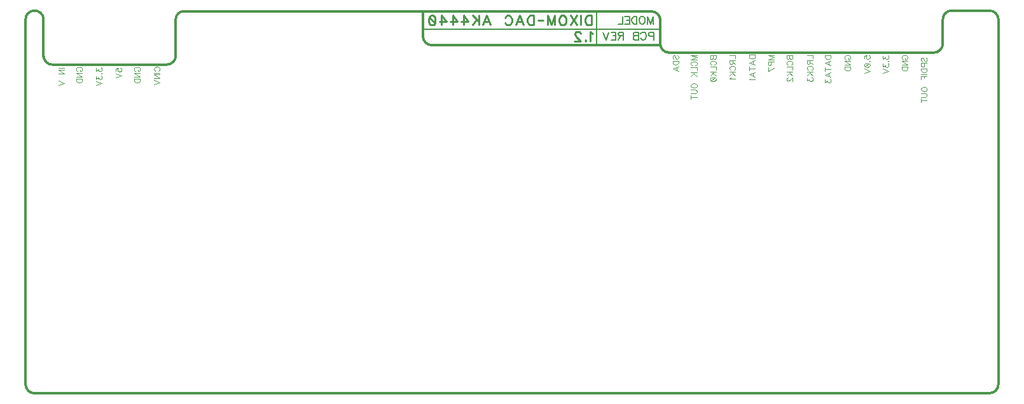
<source format=gbr>
G04 DipTrace 2.4.0.2*
%IN2_Layer_Bottom_Silk.gbr*%
%MOIN*%
%ADD22C,0.0118*%
%ADD24C,0.0059*%
%ADD72C,0.0046*%
%ADD76C,0.0109*%
%ADD77C,0.0062*%
%FSLAX44Y44*%
G04*
G70*
G90*
G75*
G01*
%LNBotSilk*%
%LPD*%
X5142Y23701D2*
D22*
Y4567D1*
X53606Y24173D2*
X55732D1*
X5575D2*
X5614D1*
X6087Y23740D2*
Y21772D1*
X6559Y21339D2*
X12543D1*
X13016Y23740D2*
Y21811D1*
X13449Y24134D2*
X37937D1*
X38409Y23661D2*
Y22402D1*
X38843Y21969D2*
X52740D1*
X53213Y23701D2*
Y22441D1*
X56126Y23701D2*
Y4567D1*
X5614Y4094D2*
X55614D1*
X6559Y21339D2*
G02X6087Y21811I-4J469D01*
G01*
X5614Y4094D2*
G02X5142Y4567I-4J469D01*
G01*
X56126D2*
G02X55654Y4094I-469J-4D01*
G01*
X5142Y23701D2*
G02X5575Y24173I471J3D01*
G01*
X6087Y23740D2*
G03X5614Y24173I-470J-38D01*
G01*
X13016Y23740D2*
G02X13449Y24134I405J-10D01*
G01*
X53213Y23701D2*
G02X53646Y24173I471J3D01*
G01*
X38409Y23701D2*
G03X37937Y24134I-470J-38D01*
G01*
X53213Y22441D2*
G02X52740Y21969I-469J-4D01*
G01*
X13016Y21811D2*
G02X12543Y21339I-469J-4D01*
G01*
X38882Y21969D2*
G02X38409Y22441I-4J469D01*
G01*
X56126Y23740D2*
G03X55654Y24173I-470J-38D01*
G01*
X35059Y24134D2*
D24*
Y22343D1*
X25965Y24134D2*
D22*
Y22835D1*
X26417Y22362D2*
X38409D1*
X26441D2*
G02X25969Y22835I-4J469D01*
G01*
X38425Y23209D2*
D24*
X25965D1*
X39098Y21628D2*
D72*
X39069Y21656D1*
X39055Y21699D1*
Y21757D1*
X39069Y21800D1*
X39098Y21829D1*
X39126D1*
X39155Y21814D1*
X39169Y21800D1*
X39184Y21771D1*
X39212Y21685D1*
X39227Y21656D1*
X39241Y21642D1*
X39270Y21628D1*
X39313D1*
X39341Y21656D1*
X39356Y21699D1*
Y21757D1*
X39341Y21800D1*
X39313Y21829D1*
X39055Y21535D2*
X39356D1*
Y21434D1*
X39341Y21391D1*
X39313Y21362D1*
X39284Y21348D1*
X39241Y21334D1*
X39169D1*
X39126Y21348D1*
X39098Y21362D1*
X39069Y21391D1*
X39055Y21434D1*
Y21535D1*
X39356Y21012D2*
X39055Y21127D1*
X39356Y21241D1*
X39255Y21198D2*
Y21055D1*
X40321Y21599D2*
X40019D1*
X40321Y21714D1*
X40019Y21829D1*
X40321D1*
X40091Y21291D2*
X40062Y21306D1*
X40033Y21334D1*
X40019Y21363D1*
Y21420D1*
X40033Y21449D1*
X40062Y21478D1*
X40091Y21492D1*
X40134Y21507D1*
X40206D1*
X40249Y21492D1*
X40277Y21478D1*
X40306Y21449D1*
X40321Y21420D1*
Y21363D1*
X40306Y21334D1*
X40277Y21306D1*
X40249Y21291D1*
X40019Y21199D2*
X40321D1*
Y21027D1*
X40019Y20934D2*
X40321D1*
X40019Y20733D2*
X40220Y20934D1*
X40148Y20862D2*
X40321Y20733D1*
X40019Y20263D2*
X40033Y20291D1*
X40062Y20320D1*
X40091Y20334D1*
X40134Y20349D1*
X40206D1*
X40249Y20334D1*
X40277Y20320D1*
X40306Y20291D1*
X40321Y20263D1*
Y20205D1*
X40306Y20177D1*
X40277Y20148D1*
X40249Y20134D1*
X40206Y20119D1*
X40134D1*
X40091Y20134D1*
X40062Y20148D1*
X40033Y20177D1*
X40019Y20205D1*
Y20263D1*
Y20027D2*
X40234D1*
X40277Y20012D1*
X40306Y19984D1*
X40321Y19940D1*
Y19912D1*
X40306Y19869D1*
X40277Y19840D1*
X40234Y19826D1*
X40019D1*
Y19633D2*
X40321D1*
X40019Y19733D2*
Y19532D1*
X41023Y21829D2*
X41324D1*
Y21699D1*
X41310Y21656D1*
X41296Y21642D1*
X41267Y21628D1*
X41224D1*
X41195Y21642D1*
X41181Y21656D1*
X41167Y21699D1*
X41152Y21656D1*
X41138Y21642D1*
X41109Y21628D1*
X41080D1*
X41052Y21642D1*
X41037Y21656D1*
X41023Y21699D1*
Y21829D1*
X41167D2*
Y21699D1*
X41095Y21320D2*
X41066Y21334D1*
X41037Y21363D1*
X41023Y21391D1*
Y21449D1*
X41037Y21478D1*
X41066Y21506D1*
X41095Y21521D1*
X41138Y21535D1*
X41210D1*
X41253Y21521D1*
X41281Y21506D1*
X41310Y21478D1*
X41324Y21449D1*
Y21391D1*
X41310Y21363D1*
X41281Y21334D1*
X41253Y21320D1*
X41023Y21227D2*
X41324D1*
Y21055D1*
X41023Y20962D2*
X41324D1*
X41023Y20761D2*
X41224Y20962D1*
X41152Y20891D2*
X41324Y20761D1*
X41023Y20583D2*
X41038Y20626D1*
X41081Y20654D1*
X41152Y20669D1*
X41195D1*
X41267Y20654D1*
X41310Y20626D1*
X41324Y20583D1*
Y20554D1*
X41310Y20511D1*
X41267Y20482D1*
X41195Y20468D1*
X41152D1*
X41081Y20482D1*
X41038Y20511D1*
X41023Y20554D1*
Y20583D1*
X41081Y20482D2*
X41267Y20654D1*
X42047Y21829D2*
X42348D1*
Y21656D1*
X42190Y21564D2*
Y21435D1*
X42176Y21392D1*
X42161Y21377D1*
X42133Y21363D1*
X42104D1*
X42076Y21377D1*
X42061Y21392D1*
X42047Y21435D1*
Y21564D1*
X42348D1*
X42190Y21463D2*
X42348Y21363D1*
X42118Y21055D2*
X42090Y21069D1*
X42061Y21098D1*
X42047Y21127D1*
Y21184D1*
X42061Y21213D1*
X42090Y21241D1*
X42118Y21256D1*
X42161Y21270D1*
X42233D1*
X42276Y21256D1*
X42305Y21241D1*
X42334Y21213D1*
X42348Y21184D1*
Y21127D1*
X42334Y21098D1*
X42305Y21069D1*
X42276Y21055D1*
X42047Y20962D2*
X42348D1*
X42047Y20761D2*
X42248Y20962D1*
X42176Y20891D2*
X42348Y20761D1*
X42104Y20669D2*
X42090Y20640D1*
X42047Y20597D1*
X42348D1*
X44356Y21599D2*
X44055D1*
X44356Y21714D1*
X44055Y21829D1*
X44356D1*
X44212Y21506D2*
Y21377D1*
X44198Y21334D1*
X44184Y21320D1*
X44155Y21305D1*
X44112D1*
X44083Y21320D1*
X44069Y21334D1*
X44055Y21377D1*
Y21506D1*
X44356D1*
Y21155D2*
X44055Y21012D1*
Y21213D1*
X43070Y21851D2*
X43372D1*
Y21750D1*
X43357Y21707D1*
X43329Y21678D1*
X43300Y21664D1*
X43257Y21650D1*
X43185D1*
X43142Y21664D1*
X43113Y21678D1*
X43085Y21707D1*
X43070Y21750D1*
Y21851D1*
X43372Y21327D2*
X43070Y21442D1*
X43372Y21557D1*
X43271Y21514D2*
Y21370D1*
X43070Y21134D2*
X43372D1*
X43070Y21235D2*
Y21034D1*
X43372Y20711D2*
X43070Y20826D1*
X43372Y20941D1*
X43271Y20898D2*
Y20754D1*
X43128Y20618D2*
X43113Y20590D1*
X43071Y20547D1*
X43372D1*
X45039Y21829D2*
X45340D1*
Y21699D1*
X45326Y21656D1*
X45311Y21642D1*
X45283Y21628D1*
X45240D1*
X45211Y21642D1*
X45197Y21656D1*
X45182Y21699D1*
X45168Y21656D1*
X45154Y21642D1*
X45125Y21628D1*
X45096D1*
X45068Y21642D1*
X45053Y21656D1*
X45039Y21699D1*
Y21829D1*
X45182D2*
Y21699D1*
X45110Y21320D2*
X45082Y21334D1*
X45053Y21363D1*
X45039Y21391D1*
Y21449D1*
X45053Y21478D1*
X45082Y21506D1*
X45110Y21521D1*
X45154Y21535D1*
X45225D1*
X45268Y21521D1*
X45297Y21506D1*
X45326Y21478D1*
X45340Y21449D1*
Y21391D1*
X45326Y21363D1*
X45297Y21334D1*
X45268Y21320D1*
X45039Y21227D2*
X45340D1*
Y21055D1*
X45039Y20962D2*
X45340D1*
X45039Y20761D2*
X45240Y20962D1*
X45168Y20891D2*
X45340Y20761D1*
X45111Y20654D2*
X45096D1*
X45068Y20640D1*
X45053Y20626D1*
X45039Y20597D1*
Y20539D1*
X45053Y20511D1*
X45068Y20497D1*
X45096Y20482D1*
X45125D1*
X45154Y20497D1*
X45197Y20525D1*
X45340Y20669D1*
Y20468D1*
X46102Y21829D2*
X46403D1*
Y21656D1*
X46245Y21564D2*
Y21435D1*
X46231Y21392D1*
X46217Y21377D1*
X46188Y21363D1*
X46159D1*
X46131Y21377D1*
X46116Y21392D1*
X46102Y21435D1*
Y21564D1*
X46403D1*
X46245Y21463D2*
X46403Y21363D1*
X46173Y21055D2*
X46145Y21069D1*
X46116Y21098D1*
X46102Y21127D1*
Y21184D1*
X46116Y21213D1*
X46145Y21241D1*
X46173Y21256D1*
X46217Y21270D1*
X46288D1*
X46331Y21256D1*
X46360Y21241D1*
X46389Y21213D1*
X46403Y21184D1*
Y21127D1*
X46389Y21098D1*
X46360Y21069D1*
X46331Y21055D1*
X46102Y20962D2*
X46403D1*
X46102Y20761D2*
X46303Y20962D1*
X46231Y20891D2*
X46403Y20761D1*
X46102Y20640D2*
Y20482D1*
X46217Y20568D1*
Y20525D1*
X46231Y20497D1*
X46245Y20482D1*
X46288Y20468D1*
X46317D1*
X46360Y20482D1*
X46389Y20511D1*
X46403Y20554D1*
Y20597D1*
X46389Y20640D1*
X46374Y20654D1*
X46346Y20669D1*
X47047Y21829D2*
X47348D1*
Y21728D1*
X47334Y21685D1*
X47305Y21656D1*
X47276Y21642D1*
X47233Y21628D1*
X47161D1*
X47118Y21642D1*
X47090Y21656D1*
X47061Y21685D1*
X47047Y21728D1*
Y21829D1*
X47348Y21305D2*
X47047Y21420D1*
X47348Y21535D1*
X47248Y21492D2*
Y21348D1*
X47047Y21112D2*
X47348D1*
X47047Y21212D2*
Y21012D1*
X47348Y20689D2*
X47047Y20804D1*
X47348Y20919D1*
X47248Y20876D2*
Y20732D1*
X47047Y20568D2*
Y20410D1*
X47162Y20496D1*
Y20453D1*
X47176Y20424D1*
X47190Y20410D1*
X47233Y20395D1*
X47262D1*
X47305Y20410D1*
X47334Y20439D1*
X47348Y20482D1*
Y20525D1*
X47334Y20568D1*
X47319Y20582D1*
X47291Y20596D1*
X48142Y21613D2*
X48113Y21628D1*
X48085Y21656D1*
X48070Y21685D1*
Y21742D1*
X48085Y21771D1*
X48113Y21800D1*
X48142Y21814D1*
X48185Y21829D1*
X48257D1*
X48300Y21814D1*
X48329Y21800D1*
X48357Y21771D1*
X48372Y21742D1*
Y21685D1*
X48357Y21656D1*
X48329Y21628D1*
X48300Y21613D1*
X48257D1*
Y21685D1*
X48070Y21320D2*
X48372D1*
X48070Y21521D1*
X48372D1*
X48070Y21227D2*
X48372D1*
Y21127D1*
X48357Y21083D1*
X48329Y21055D1*
X48300Y21040D1*
X48257Y21026D1*
X48185D1*
X48142Y21040D1*
X48113Y21055D1*
X48085Y21083D1*
X48070Y21127D1*
Y21227D1*
X49094Y21656D2*
Y21800D1*
X49223Y21814D1*
X49209Y21800D1*
X49194Y21757D1*
Y21714D1*
X49209Y21671D1*
X49237Y21642D1*
X49281Y21628D1*
X49309D1*
X49352Y21642D1*
X49381Y21671D1*
X49395Y21714D1*
Y21757D1*
X49381Y21800D1*
X49366Y21814D1*
X49338Y21829D1*
X49366Y21521D2*
X49381Y21535D1*
X49395Y21521D1*
X49381Y21506D1*
X49366Y21521D1*
X49094Y21327D2*
X49108Y21370D1*
X49152Y21399D1*
X49223Y21413D1*
X49266D1*
X49338Y21399D1*
X49381Y21370D1*
X49395Y21327D1*
Y21299D1*
X49381Y21256D1*
X49338Y21227D1*
X49266Y21212D1*
X49223D1*
X49152Y21227D1*
X49108Y21256D1*
X49094Y21299D1*
Y21327D1*
X49152Y21227D2*
X49338Y21399D1*
X49094Y21120D2*
X49395Y21005D1*
X49094Y20890D1*
X51134Y21613D2*
X51106Y21628D1*
X51077Y21656D1*
X51062Y21685D1*
Y21742D1*
X51077Y21771D1*
X51106Y21800D1*
X51134Y21814D1*
X51177Y21829D1*
X51249D1*
X51292Y21814D1*
X51321Y21800D1*
X51349Y21771D1*
X51364Y21742D1*
Y21685D1*
X51349Y21656D1*
X51321Y21628D1*
X51292Y21613D1*
X51249D1*
Y21685D1*
X51062Y21320D2*
X51364D1*
X51062Y21521D1*
X51364D1*
X51062Y21227D2*
X51364D1*
Y21127D1*
X51349Y21083D1*
X51321Y21055D1*
X51292Y21040D1*
X51249Y21026D1*
X51177D1*
X51134Y21040D1*
X51106Y21055D1*
X51077Y21083D1*
X51062Y21127D1*
Y21227D1*
X50078Y21800D2*
Y21642D1*
X50193Y21728D1*
Y21685D1*
X50207Y21656D1*
X50222Y21642D1*
X50265Y21628D1*
X50293D1*
X50336Y21642D1*
X50365Y21671D1*
X50380Y21714D1*
Y21757D1*
X50365Y21800D1*
X50351Y21814D1*
X50322Y21829D1*
X50351Y21521D2*
X50365Y21535D1*
X50380Y21521D1*
X50365Y21506D1*
X50351Y21521D1*
X50078Y21385D2*
Y21227D1*
X50193Y21313D1*
Y21270D1*
X50207Y21241D1*
X50222Y21227D1*
X50265Y21212D1*
X50293D1*
X50336Y21227D1*
X50365Y21256D1*
X50380Y21299D1*
Y21342D1*
X50365Y21385D1*
X50351Y21399D1*
X50322Y21413D1*
X50078Y21120D2*
X50380Y21005D1*
X50078Y20890D1*
X52129Y21509D2*
X52100Y21538D1*
X52086Y21581D1*
Y21638D1*
X52100Y21682D1*
X52129Y21710D1*
X52158D1*
X52187Y21696D1*
X52201Y21682D1*
X52215Y21653D1*
X52244Y21567D1*
X52258Y21538D1*
X52273Y21524D1*
X52301Y21509D1*
X52344D1*
X52373Y21538D1*
X52387Y21581D1*
Y21638D1*
X52373Y21682D1*
X52344Y21710D1*
X52244Y21417D2*
Y21288D1*
X52230Y21245D1*
X52215Y21230D1*
X52187Y21216D1*
X52143D1*
X52115Y21230D1*
X52100Y21245D1*
X52086Y21288D1*
Y21417D1*
X52387D1*
X52086Y21123D2*
X52387D1*
Y21023D1*
X52373Y20980D1*
X52344Y20951D1*
X52316Y20937D1*
X52273Y20922D1*
X52201D1*
X52158Y20937D1*
X52129Y20951D1*
X52100Y20980D1*
X52086Y21023D1*
Y21123D1*
Y20830D2*
X52387D1*
X52086Y20550D2*
Y20737D1*
X52387D1*
X52230D2*
Y20622D1*
X52086Y20080D2*
X52100Y20109D1*
X52129Y20137D1*
X52158Y20152D1*
X52201Y20166D1*
X52273D1*
X52316Y20152D1*
X52344Y20137D1*
X52373Y20109D1*
X52387Y20080D1*
Y20022D1*
X52373Y19994D1*
X52344Y19965D1*
X52316Y19951D1*
X52273Y19937D1*
X52201D1*
X52158Y19951D1*
X52129Y19965D1*
X52100Y19994D1*
X52086Y20022D1*
Y20080D1*
Y19844D2*
X52301D1*
X52344Y19830D1*
X52373Y19801D1*
X52387Y19758D1*
Y19729D1*
X52373Y19686D1*
X52344Y19657D1*
X52301Y19643D1*
X52086D1*
Y19450D2*
X52387D1*
X52086Y19550D2*
Y19349D1*
X6859Y21165D2*
X7160D1*
X6859Y20871D2*
X7160D1*
X6859Y21072D1*
X7160D1*
X6859Y20487D2*
X7160Y20372D1*
X6859Y20257D1*
X7875Y20998D2*
X7847Y21012D1*
X7818Y21041D1*
X7804Y21070D1*
Y21127D1*
X7818Y21156D1*
X7847Y21185D1*
X7875Y21199D1*
X7918Y21213D1*
X7990D1*
X8033Y21199D1*
X8062Y21185D1*
X8091Y21156D1*
X8105Y21127D1*
Y21070D1*
X8091Y21041D1*
X8062Y21012D1*
X8033Y20998D1*
X7990D1*
Y21070D1*
X7804Y20705D2*
X8105D1*
X7804Y20906D1*
X8105D1*
X7804Y20612D2*
X8105D1*
Y20511D1*
X8091Y20468D1*
X8062Y20439D1*
X8033Y20425D1*
X7990Y20411D1*
X7918D1*
X7875Y20425D1*
X7847Y20439D1*
X7818Y20468D1*
X7804Y20511D1*
Y20612D1*
X8847Y21156D2*
Y20999D1*
X8962Y21085D1*
Y21042D1*
X8976Y21013D1*
X8991Y20999D1*
X9034Y20984D1*
X9062D1*
X9105Y20999D1*
X9134Y21027D1*
X9148Y21070D1*
Y21114D1*
X9134Y21156D1*
X9120Y21171D1*
X9091Y21185D1*
X9120Y20877D2*
X9134Y20892D1*
X9148Y20877D1*
X9134Y20863D1*
X9120Y20877D1*
X8847Y20741D2*
Y20584D1*
X8962Y20670D1*
Y20626D1*
X8976Y20598D1*
X8991Y20584D1*
X9034Y20569D1*
X9062D1*
X9105Y20584D1*
X9134Y20612D1*
X9148Y20655D1*
Y20698D1*
X9134Y20741D1*
X9120Y20755D1*
X9091Y20770D1*
X8847Y20476D2*
X9148Y20362D1*
X8847Y20247D1*
X9871Y20998D2*
Y21142D1*
X10000Y21156D1*
X9986Y21142D1*
X9971Y21099D1*
Y21056D1*
X9986Y21013D1*
X10014Y20984D1*
X10057Y20970D1*
X10086D1*
X10129Y20984D1*
X10158Y21013D1*
X10172Y21056D1*
Y21099D1*
X10158Y21142D1*
X10143Y21156D1*
X10115Y21171D1*
X9871Y20877D2*
X10172Y20762D1*
X9871Y20647D1*
X11950Y21003D2*
X11922Y21017D1*
X11893Y21046D1*
X11878Y21075D1*
Y21132D1*
X11893Y21161D1*
X11922Y21190D1*
X11950Y21204D1*
X11993Y21218D1*
X12065D1*
X12108Y21204D1*
X12137Y21190D1*
X12165Y21161D1*
X12180Y21132D1*
Y21075D1*
X12165Y21046D1*
X12137Y21017D1*
X12108Y21003D1*
X11878Y20911D2*
X12180D1*
X11878Y20617D2*
X12180D1*
X11878Y20818D1*
X12180D1*
X11878Y20524D2*
X12180Y20410D1*
X11878Y20295D1*
X10907Y20998D2*
X10878Y21012D1*
X10849Y21041D1*
X10835Y21070D1*
Y21127D1*
X10849Y21156D1*
X10878Y21185D1*
X10907Y21199D1*
X10950Y21213D1*
X11022D1*
X11065Y21199D1*
X11093Y21185D1*
X11122Y21156D1*
X11137Y21127D1*
Y21070D1*
X11122Y21041D1*
X11093Y21012D1*
X11065Y20998D1*
X11022D1*
Y21070D1*
X10835Y20705D2*
X11137D1*
X10835Y20906D1*
X11137D1*
X10835Y20612D2*
X11137D1*
Y20511D1*
X11122Y20468D1*
X11093Y20439D1*
X11065Y20425D1*
X11022Y20411D1*
X10950D1*
X10907Y20425D1*
X10878Y20439D1*
X10849Y20468D1*
X10835Y20511D1*
Y20612D1*
X34807Y23917D2*
D76*
Y23415D1*
X34639D1*
X34567Y23439D1*
X34519Y23487D1*
X34495Y23535D1*
X34472Y23606D1*
Y23726D1*
X34495Y23798D1*
X34519Y23845D1*
X34567Y23894D1*
X34639Y23917D1*
X34807D1*
X34253D2*
Y23415D1*
X34034Y23917D2*
X33699Y23415D1*
Y23917D2*
X34034Y23415D1*
X33337Y23917D2*
X33385Y23894D1*
X33432Y23845D1*
X33457Y23798D1*
X33481Y23726D1*
Y23606D1*
X33457Y23535D1*
X33432Y23487D1*
X33385Y23439D1*
X33337Y23415D1*
X33241D1*
X33194Y23439D1*
X33146Y23487D1*
X33122Y23535D1*
X33098Y23606D1*
Y23726D1*
X33122Y23798D1*
X33146Y23845D1*
X33194Y23894D1*
X33241Y23917D1*
X33337D1*
X32497Y23415D2*
Y23917D1*
X32688Y23415D1*
X32879Y23917D1*
Y23415D1*
X32278Y23666D2*
X32002D1*
X31783Y23917D2*
Y23415D1*
X31616D1*
X31544Y23439D1*
X31496Y23487D1*
X31472Y23535D1*
X31448Y23606D1*
Y23726D1*
X31472Y23798D1*
X31496Y23845D1*
X31544Y23894D1*
X31616Y23917D1*
X31783D1*
X30846Y23415D2*
X31038Y23917D1*
X31229Y23415D1*
X31158Y23582D2*
X30918D1*
X30269Y23798D2*
X30293Y23845D1*
X30341Y23894D1*
X30388Y23917D1*
X30484D1*
X30532Y23894D1*
X30580Y23845D1*
X30604Y23798D1*
X30628Y23726D1*
Y23606D1*
X30604Y23535D1*
X30580Y23487D1*
X30532Y23439D1*
X30484Y23415D1*
X30388D1*
X30341Y23439D1*
X30293Y23487D1*
X30269Y23535D1*
X29117Y23415D2*
X29309Y23917D1*
X29500Y23415D1*
X29428Y23582D2*
X29189D1*
X28898Y23917D2*
Y23415D1*
X28563Y23917D2*
X28898Y23582D1*
X28779Y23702D2*
X28563Y23415D1*
X28105D2*
Y23917D1*
X28345Y23582D1*
X27986D1*
X27528Y23415D2*
Y23917D1*
X27767Y23582D1*
X27408D1*
X26950Y23415D2*
Y23917D1*
X27190Y23582D1*
X26831D1*
X26469Y23917D2*
X26540Y23893D1*
X26589Y23821D1*
X26612Y23702D1*
Y23630D1*
X26589Y23510D1*
X26540Y23439D1*
X26469Y23415D1*
X26421D1*
X26349Y23439D1*
X26302Y23510D1*
X26277Y23630D1*
Y23702D1*
X26302Y23821D1*
X26349Y23893D1*
X26421Y23917D1*
X26469D1*
X26302Y23821D2*
X26589Y23510D1*
X37740Y23467D2*
D77*
Y23869D1*
X37893Y23467D1*
X38046Y23869D1*
Y23467D1*
X37502Y23869D2*
X37540Y23850D1*
X37578Y23811D1*
X37598Y23773D1*
X37617Y23716D1*
Y23620D1*
X37598Y23563D1*
X37578Y23524D1*
X37540Y23486D1*
X37502Y23467D1*
X37426D1*
X37387Y23486D1*
X37349Y23524D1*
X37330Y23563D1*
X37311Y23620D1*
Y23716D1*
X37330Y23773D1*
X37349Y23811D1*
X37387Y23850D1*
X37426Y23869D1*
X37502D1*
X37187D2*
Y23467D1*
X37053D1*
X36996Y23486D1*
X36958Y23524D1*
X36939Y23563D1*
X36920Y23620D1*
Y23716D1*
X36939Y23773D1*
X36958Y23811D1*
X36996Y23850D1*
X37053Y23869D1*
X37187D1*
X36548D2*
X36796D1*
Y23467D1*
X36548D1*
X36796Y23677D2*
X36643D1*
X36424Y23869D2*
Y23467D1*
X36195D1*
X38059Y22832D2*
X37886D1*
X37829Y22851D1*
X37810Y22870D1*
X37791Y22908D1*
Y22966D1*
X37810Y23004D1*
X37829Y23023D1*
X37886Y23042D1*
X38059D1*
Y22640D1*
X37380Y22947D2*
X37399Y22985D1*
X37438Y23023D1*
X37476Y23042D1*
X37552D1*
X37591Y23023D1*
X37629Y22985D1*
X37648Y22947D1*
X37667Y22889D1*
Y22793D1*
X37648Y22736D1*
X37629Y22698D1*
X37591Y22660D1*
X37552Y22640D1*
X37476D1*
X37438Y22660D1*
X37399Y22698D1*
X37380Y22736D1*
X37257Y23042D2*
Y22640D1*
X37084D1*
X37027Y22660D1*
X37008Y22679D1*
X36989Y22717D1*
Y22774D1*
X37008Y22813D1*
X37027Y22832D1*
X37084Y22851D1*
X37027Y22870D1*
X37008Y22889D1*
X36989Y22927D1*
Y22966D1*
X37008Y23004D1*
X37027Y23023D1*
X37084Y23042D1*
X37257D1*
Y22851D2*
X37084D1*
X36477D2*
X36305D1*
X36247Y22870D1*
X36228Y22889D1*
X36209Y22927D1*
Y22966D1*
X36228Y23004D1*
X36247Y23023D1*
X36305Y23042D1*
X36477D1*
Y22640D1*
X36343Y22851D2*
X36209Y22640D1*
X35837Y23042D2*
X36085D1*
Y22640D1*
X35837D1*
X36085Y22851D2*
X35932D1*
X35713Y23042D2*
X35560Y22640D1*
X35407Y23042D1*
X34856Y22975D2*
D76*
X34807Y22999D1*
X34736Y23070D1*
Y22568D1*
X34493Y22617D2*
X34517Y22592D1*
X34493Y22568D1*
X34469Y22592D1*
X34493Y22617D1*
X34226Y22951D2*
Y22975D1*
X34202Y23023D1*
X34178Y23047D1*
X34130Y23070D1*
X34035D1*
X33987Y23047D1*
X33963Y23023D1*
X33939Y22975D1*
Y22927D1*
X33963Y22879D1*
X34011Y22808D1*
X34250Y22568D1*
X33915D1*
M02*

</source>
